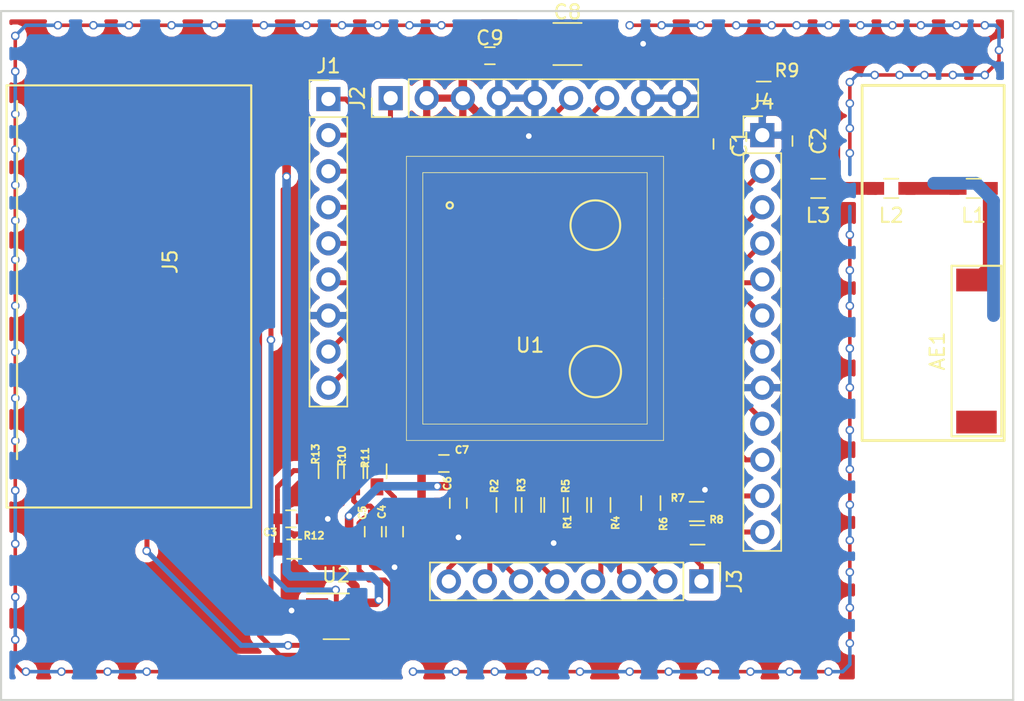
<source format=kicad_pcb>
(kicad_pcb (version 4) (host pcbnew 4.0.7)
  (layers (0 F.Cu signal) (31 B.Cu signal) (34 B.Paste user) (35 F.Paste user) (36 B.SilkS user) (37 F.SilkS user) (38 B.Mask user) (39 F.Mask user) (44 Edge.Cuts user))
  (net 0 "")
  (net 1 "Net-(AE1-Pad1)")
  (net 2 "Net-(C1-Pad1)")
  (net 3 GND)
  (net 4 "Net-(C2-Pad1)")
  (net 5 "Net-(C3-Pad1)")
  (net 6 "Net-(C4-Pad1)")
  (net 7 "Net-(C5-Pad1)")
  (net 8 /SIM_VDD)
  (net 9 /SIM_GND)
  (net 10 VCC)
  (net 11 /NC1)
  (net 12 /NC2)
  (net 13 /NC3)
  (net 14 /NC4)
  (net 15 /NC5)
  (net 16 /NC6)
  (net 17 /NC7)
  (net 18 /NC8)
  (net 19 /NC24)
  (net 20 /NC23)
  (net 21 /NC22)
  (net 22 /CTS1)
  (net 23 /NC12)
  (net 24 /NC11)
  (net 25 /DTR1)
  (net 26 /TX1)
  (net 27 /RX1)
  (net 28 /NC10)
  (net 29 /NC9)
  (net 30 /NC21)
  (net 31 /NC20)
  (net 32 /NC19)
  (net 33 /NC18)
  (net 34 /NC17)
  (net 35 /NC16)
  (net 36 /NC15)
  (net 37 /NC14)
  (net 38 /NC13)
  (net 39 /RTS1)
  (net 40 "Net-(J5-Pad5)")
  (net 41 "Net-(L1-Pad2)")
  (net 42 "Net-(R1-Pad1)")
  (net 43 "Net-(R2-Pad1)")
  (net 44 "Net-(R4-Pad1)")
  (net 45 "Net-(R6-Pad1)")
  (net 46 "Net-(R7-Pad1)")
  (net 47 /SIM_RST)
  (net 48 /SIM_CLK)
  (net 49 /SIM_DATA)
  (net 50 "Net-(U2-Pad1)")
  (module GSMM66:W3070 (layer F.Cu) (at 147.66408 61.68206 270)
    (fp_text reference AE1 (at 0 2.75 270) (layer F.SilkS))
    (fp_text value Antenna)
    (pad 1 smd rect (at -5 0 270) (size 1.6 2.85) (layers F.Cu F.Paste F.Mask) (net 1 "Net-(AE1-Pad1)"))
    (pad 2 smd rect (at 5 0 270) (size 1.6 2.85) (layers F.Cu F.Paste F.Mask))
  )
  (module Capacitors_SMD:C_0603_HandSoldering (layer F.Cu) (at 129.75336 47.10684 270)
    (fp_text reference C1 (at 0 -1.25 270) (layer F.SilkS))
    (fp_text value NM)
    (pad 1 smd rect (at -0.95 0 270) (size 1.2 0.75) (layers F.Cu F.Paste F.Mask) (net 2 "Net-(C1-Pad1)"))
    (pad 2 smd rect (at 0.95 0 270) (size 1.2 0.75) (layers F.Cu F.Paste F.Mask) (net 3 GND))
  )
  (module Capacitors_SMD:C_0603_HandSoldering (layer F.Cu) (at 135.31088 46.89856 270)
    (fp_text reference C2 (at 0 -1.25 270) (layer F.SilkS))
    (fp_text value NM)
    (pad 1 smd rect (at -0.95 0 270) (size 1.2 0.75) (layers F.Cu F.Paste F.Mask) (net 4 "Net-(C2-Pad1)"))
    (pad 2 smd rect (at 0.95 0 270) (size 1.2 0.75) (layers F.Cu F.Paste F.Mask) (net 3 GND))
  )
  (module Capacitors_SMD:C_0603_HandSoldering (layer F.Cu) (at 99.4029 73.4949)
    (fp_text reference C3 (at -1.4605 0.9525) (layer F.SilkS) (effects (font (size 0.5 0.5) (thickness 0.125))))
    (fp_text value 33pF)
    (pad 1 smd rect (at -0.95 0) (size 1.2 0.75) (layers F.Cu F.Paste F.Mask) (net 5 "Net-(C3-Pad1)"))
    (pad 2 smd rect (at 0.95 0) (size 1.2 0.75) (layers F.Cu F.Paste F.Mask) (net 3 GND))
  )
  (module Capacitors_SMD:C_0603_HandSoldering (layer F.Cu) (at 106.7 74.4 270)
    (fp_text reference C4 (at -1.397 0.889 270) (layer F.SilkS) (effects (font (size 0.5 0.5) (thickness 0.125))))
    (fp_text value 33pF)
    (pad 1 smd rect (at -0.95 0 270) (size 1.2 0.75) (layers F.Cu F.Paste F.Mask) (net 6 "Net-(C4-Pad1)"))
    (pad 2 smd rect (at 0.95 0 270) (size 1.2 0.75) (layers F.Cu F.Paste F.Mask) (net 3 GND))
  )
  (module Capacitors_SMD:C_0603_HandSoldering (layer F.Cu) (at 105.2 74.4 270)
    (fp_text reference C5 (at -1.3335 0.762 270) (layer F.SilkS) (effects (font (size 0.5 0.5) (thickness 0.125))))
    (fp_text value 33pF)
    (pad 1 smd rect (at -0.95 0 270) (size 1.2 0.75) (layers F.Cu F.Paste F.Mask) (net 7 "Net-(C5-Pad1)"))
    (pad 2 smd rect (at 0.95 0 270) (size 1.2 0.75) (layers F.Cu F.Paste F.Mask) (net 3 GND))
  )
  (module Capacitors_SMD:C_0603_HandSoldering (layer F.Cu) (at 111.1885 72.39 270)
    (fp_text reference C6 (at -1.397 0.762 270) (layer F.SilkS) (effects (font (size 0.5 0.5) (thickness 0.125))))
    (fp_text value 33pF)
    (pad 1 smd rect (at -0.95 0 270) (size 1.2 0.75) (layers F.Cu F.Paste F.Mask) (net 8 /SIM_VDD))
    (pad 2 smd rect (at 0.95 0 270) (size 1.2 0.75) (layers F.Cu F.Paste F.Mask) (net 3 GND))
  )
  (module Capacitors_SMD:C_0603_HandSoldering (layer F.Cu) (at 110.1725 69.596 180)
    (fp_text reference C7 (at -1.27 0.9525 180) (layer F.SilkS) (effects (font (size 0.5 0.5) (thickness 0.125))))
    (fp_text value 100nF)
    (pad 1 smd rect (at -0.95 0 180) (size 1.2 0.75) (layers F.Cu F.Paste F.Mask) (net 8 /SIM_VDD))
    (pad 2 smd rect (at 0.95 0 180) (size 1.2 0.75) (layers F.Cu F.Paste F.Mask) (net 9 /SIM_GND))
  )
  (module Capacitors_SMD:C_1210_HandSoldering (layer F.Cu) (at 118.872 40.0685)
    (fp_text reference C8 (at 0 -2.25) (layer F.SilkS))
    (fp_text value 100uF)
    (pad 1 smd rect (at -2 0) (size 2 2.5) (layers F.Cu F.Paste F.Mask) (net 10 VCC))
    (pad 2 smd rect (at 2 0) (size 2 2.5) (layers F.Cu F.Paste F.Mask) (net 3 GND))
  )
  (module Capacitors_SMD:C_0603_HandSoldering (layer F.Cu) (at 113.411 40.894)
    (fp_text reference C9 (at 0 -1.25) (layer F.SilkS))
    (fp_text value 0.1uF)
    (pad 1 smd rect (at -0.95 0) (size 1.2 0.75) (layers F.Cu F.Paste F.Mask) (net 10 VCC))
    (pad 2 smd rect (at 0.95 0) (size 1.2 0.75) (layers F.Cu F.Paste F.Mask) (net 3 GND))
  )
  (module Pin_Headers:Pin_Header_Straight_1x09_Pitch2.54mm (layer F.Cu) (at 102.0445 43.942)
    (fp_text reference J1 (at 0 -2.33) (layer F.SilkS))
    (fp_text value Conn_01x09)
    (pad 1 thru_hole rect (at 0 0) (size 1.7 1.7) (drill 1) (layers *.Cu *.Mask) (net 11 /NC1))
    (pad 2 thru_hole oval (at 0 2.54) (size 1.7 1.7) (drill 1) (layers *.Cu *.Mask) (net 12 /NC2))
    (pad 3 thru_hole oval (at 0 5.08) (size 1.7 1.7) (drill 1) (layers *.Cu *.Mask) (net 13 /NC3))
    (pad 4 thru_hole oval (at 0 7.62) (size 1.7 1.7) (drill 1) (layers *.Cu *.Mask) (net 14 /NC4))
    (pad 5 thru_hole oval (at 0 10.16) (size 1.7 1.7) (drill 1) (layers *.Cu *.Mask) (net 15 /NC5))
    (pad 6 thru_hole oval (at 0 12.7) (size 1.7 1.7) (drill 1) (layers *.Cu *.Mask) (net 16 /NC6))
    (pad 7 thru_hole oval (at 0 15.24) (size 1.7 1.7) (drill 1) (layers *.Cu *.Mask) (net 3 GND))
    (pad 8 thru_hole oval (at 0 17.78) (size 1.7 1.7) (drill 1) (layers *.Cu *.Mask) (net 17 /NC7))
    (pad 9 thru_hole oval (at 0 20.32) (size 1.7 1.7) (drill 1) (layers *.Cu *.Mask) (net 18 /NC8))
  )
  (module Pin_Headers:Pin_Header_Straight_1x09_Pitch2.54mm (layer F.Cu) (at 106.426 43.8785 90)
    (fp_text reference J2 (at 0 -2.33 90) (layer F.SilkS))
    (fp_text value Conn_01x09)
    (pad 1 thru_hole rect (at 0 0 90) (size 1.7 1.7) (drill 1) (layers *.Cu *.Mask) (net 19 /NC24))
    (pad 2 thru_hole oval (at 0 2.54 90) (size 1.7 1.7) (drill 1) (layers *.Cu *.Mask) (net 10 VCC))
    (pad 3 thru_hole oval (at 0 5.08 90) (size 1.7 1.7) (drill 1) (layers *.Cu *.Mask) (net 10 VCC))
    (pad 4 thru_hole oval (at 0 7.62 90) (size 1.7 1.7) (drill 1) (layers *.Cu *.Mask) (net 3 GND))
    (pad 5 thru_hole oval (at 0 10.16 90) (size 1.7 1.7) (drill 1) (layers *.Cu *.Mask) (net 3 GND))
    (pad 6 thru_hole oval (at 0 12.7 90) (size 1.7 1.7) (drill 1) (layers *.Cu *.Mask) (net 20 /NC23))
    (pad 7 thru_hole oval (at 0 15.24 90) (size 1.7 1.7) (drill 1) (layers *.Cu *.Mask) (net 21 /NC22))
    (pad 8 thru_hole oval (at 0 17.78 90) (size 1.7 1.7) (drill 1) (layers *.Cu *.Mask) (net 3 GND))
    (pad 9 thru_hole oval (at 0 20.32 90) (size 1.7 1.7) (drill 1) (layers *.Cu *.Mask) (net 3 GND))
  )
  (module Pin_Headers:Pin_Header_Straight_1x08_Pitch2.54mm (layer F.Cu) (at 128.30048 77.89672 270)
    (fp_text reference J3 (at 0 -2.33 270) (layer F.SilkS))
    (fp_text value Conn_01x08)
    (pad 1 thru_hole rect (at 0 0 270) (size 1.7 1.7) (drill 1) (layers *.Cu *.Mask) (net 22 /CTS1))
    (pad 2 thru_hole oval (at 0 2.54 270) (size 1.7 1.7) (drill 1) (layers *.Cu *.Mask) (net 23 /NC12))
    (pad 3 thru_hole oval (at 0 5.08 270) (size 1.7 1.7) (drill 1) (layers *.Cu *.Mask) (net 24 /NC11))
    (pad 4 thru_hole oval (at 0 7.62 270) (size 1.7 1.7) (drill 1) (layers *.Cu *.Mask) (net 25 /DTR1))
    (pad 5 thru_hole oval (at 0 10.16 270) (size 1.7 1.7) (drill 1) (layers *.Cu *.Mask) (net 26 /TX1))
    (pad 6 thru_hole oval (at 0 12.7 270) (size 1.7 1.7) (drill 1) (layers *.Cu *.Mask) (net 27 /RX1))
    (pad 7 thru_hole oval (at 0 15.24 270) (size 1.7 1.7) (drill 1) (layers *.Cu *.Mask) (net 28 /NC10))
    (pad 8 thru_hole oval (at 0 17.78 270) (size 1.7 1.7) (drill 1) (layers *.Cu *.Mask) (net 29 /NC9))
  )
  (module Pin_Headers:Pin_Header_Straight_1x12_Pitch2.54mm (layer F.Cu) (at 132.588 46.482)
    (fp_text reference J4 (at 0 -2.33) (layer F.SilkS))
    (fp_text value Conn_01x12)
    (pad 1 thru_hole rect (at 0 0) (size 1.7 1.7) (drill 1) (layers *.Cu *.Mask) (net 3 GND))
    (pad 2 thru_hole oval (at 0 2.54) (size 1.7 1.7) (drill 1) (layers *.Cu *.Mask) (net 30 /NC21))
    (pad 3 thru_hole oval (at 0 5.08) (size 1.7 1.7) (drill 1) (layers *.Cu *.Mask) (net 31 /NC20))
    (pad 4 thru_hole oval (at 0 7.62) (size 1.7 1.7) (drill 1) (layers *.Cu *.Mask) (net 32 /NC19))
    (pad 5 thru_hole oval (at 0 10.16) (size 1.7 1.7) (drill 1) (layers *.Cu *.Mask) (net 33 /NC18))
    (pad 6 thru_hole oval (at 0 12.7) (size 1.7 1.7) (drill 1) (layers *.Cu *.Mask) (net 34 /NC17))
    (pad 7 thru_hole oval (at 0 15.24) (size 1.7 1.7) (drill 1) (layers *.Cu *.Mask) (net 35 /NC16))
    (pad 8 thru_hole oval (at 0 17.78) (size 1.7 1.7) (drill 1) (layers *.Cu *.Mask) (net 3 GND))
    (pad 9 thru_hole oval (at 0 20.32) (size 1.7 1.7) (drill 1) (layers *.Cu *.Mask) (net 36 /NC15))
    (pad 10 thru_hole oval (at 0 22.86) (size 1.7 1.7) (drill 1) (layers *.Cu *.Mask) (net 37 /NC14))
    (pad 11 thru_hole oval (at 0 25.4) (size 1.7 1.7) (drill 1) (layers *.Cu *.Mask) (net 38 /NC13))
    (pad 12 thru_hole oval (at 0 27.94) (size 1.7 1.7) (drill 1) (layers *.Cu *.Mask) (net 39 /RTS1))
  )
  (module GSMM66:SIMCARDHOLDER (layer F.Cu) (at 88 60.2 270)
    (fp_text reference J5 (at -4.8006 -2.9036 270) (layer F.SilkS))
    (fp_text value "SIM CARD")
    (pad 1 smd rect (at -16.1163 3.81 270) (size 2 1.2) (layers F.Cu F.Paste F.Mask) (net 8 /SIM_VDD))
    (pad 2 smd rect (at -16.1163 1.27 270) (size 2 1.2) (layers F.Cu F.Paste F.Mask) (net 7 "Net-(C5-Pad1)"))
    (pad 3 smd rect (at -16.1163 -1.27 270) (size 2 1.2) (layers F.Cu F.Paste F.Mask) (net 6 "Net-(C4-Pad1)"))
    (pad 4 smd rect (at 9.08812 3.81 270) (size 2 1.2) (layers F.Cu F.Paste F.Mask) (net 9 /SIM_GND))
    (pad 5 smd rect (at 9.08812 1.27 270) (size 2 1.2) (layers F.Cu F.Paste F.Mask) (net 40 "Net-(J5-Pad5)"))
    (pad 6 smd rect (at 9.08812 -1.27 270) (size 2 1.2) (layers F.Cu F.Paste F.Mask) (net 5 "Net-(C3-Pad1)"))
  )
  (module Inductors_SMD:L_0603_HandSoldering (layer F.Cu) (at 147.46408 50.23206 180)
    (fp_text reference L1 (at 0 -1.9 180) (layer F.SilkS))
    (fp_text value 3.3nH)
    (pad 1 smd rect (at -1.1 0 180) (size 1.2 0.9) (layers F.Cu F.Paste F.Mask) (net 1 "Net-(AE1-Pad1)"))
    (pad 2 smd rect (at 1.1 0 180) (size 1.2 0.9) (layers F.Cu F.Paste F.Mask) (net 41 "Net-(L1-Pad2)"))
  )
  (module Inductors_SMD:L_0603_HandSoldering (layer F.Cu) (at 141.66408 50.23206 180)
    (fp_text reference L2 (at 0 -1.9 180) (layer F.SilkS))
    (fp_text value 27nH)
    (pad 1 smd rect (at -1.1 0 180) (size 1.2 0.9) (layers F.Cu F.Paste F.Mask) (net 41 "Net-(L1-Pad2)"))
    (pad 2 smd rect (at 1.1 0 180) (size 1.2 0.9) (layers F.Cu F.Paste F.Mask) (net 4 "Net-(C2-Pad1)"))
  )
  (module Inductors_SMD:L_0603_HandSoldering (layer F.Cu) (at 136.51992 50.23104 180)
    (fp_text reference L3 (at 0 -1.9 180) (layer F.SilkS))
    (fp_text value 4.7nH)
    (pad 1 smd rect (at -1.1 0 180) (size 1.2 0.9) (layers F.Cu F.Paste F.Mask) (net 4 "Net-(C2-Pad1)"))
    (pad 2 smd rect (at 1.1 0 180) (size 1.2 0.9) (layers F.Cu F.Paste F.Mask) (net 3 GND))
  )
  (module Resistors_SMD:R_0603_HandSoldering (layer F.Cu) (at 117.9195 72.517 270)
    (fp_text reference R1 (at 1.2065 -0.9525 270) (layer F.SilkS) (effects (font (size 0.5 0.5) (thickness 0.125))))
    (fp_text value 1.2K)
    (pad 1 smd rect (at -1.1 0 270) (size 1.2 0.9) (layers F.Cu F.Paste F.Mask) (net 42 "Net-(R1-Pad1)"))
    (pad 2 smd rect (at 1.1 0 270) (size 1.2 0.9) (layers F.Cu F.Paste F.Mask) (net 3 GND))
  )
  (module Resistors_SMD:R_0603_HandSoldering (layer F.Cu) (at 114.554 72.517 270)
    (fp_text reference R2 (at -1.3335 0.8255 270) (layer F.SilkS) (effects (font (size 0.5 0.5) (thickness 0.125))))
    (fp_text value 1K)
    (pad 1 smd rect (at -1.1 0 270) (size 1.2 0.9) (layers F.Cu F.Paste F.Mask) (net 43 "Net-(R2-Pad1)"))
    (pad 2 smd rect (at 1.1 0 270) (size 1.2 0.9) (layers F.Cu F.Paste F.Mask) (net 27 /RX1))
  )
  (module Resistors_SMD:R_0603_HandSoldering (layer F.Cu) (at 116.332 72.517 270)
    (fp_text reference R3 (at -1.397 0.6985 270) (layer F.SilkS) (effects (font (size 0.5 0.5) (thickness 0.125))))
    (fp_text value 1K)
    (pad 1 smd rect (at -1.1 0 270) (size 1.2 0.9) (layers F.Cu F.Paste F.Mask) (net 42 "Net-(R1-Pad1)"))
    (pad 2 smd rect (at 1.1 0 270) (size 1.2 0.9) (layers F.Cu F.Paste F.Mask) (net 26 /TX1))
  )
  (module Resistors_SMD:R_0603_HandSoldering (layer F.Cu) (at 121.2215 72.517 270)
    (fp_text reference R4 (at 1.261499 -1.0405 270) (layer F.SilkS) (effects (font (size 0.5 0.5) (thickness 0.125))))
    (fp_text value 1K)
    (pad 1 smd rect (at -1.1 0 270) (size 1.2 0.9) (layers F.Cu F.Paste F.Mask) (net 44 "Net-(R4-Pad1)"))
    (pad 2 smd rect (at 1.1 0 270) (size 1.2 0.9) (layers F.Cu F.Paste F.Mask) (net 25 /DTR1))
  )
  (module Resistors_SMD:R_0603_HandSoldering (layer F.Cu) (at 119.5705 72.517 270)
    (fp_text reference R5 (at -1.3335 0.8255 270) (layer F.SilkS) (effects (font (size 0.5 0.5) (thickness 0.125))))
    (fp_text value 1.2K)
    (pad 1 smd rect (at -1.1 0 270) (size 1.2 0.9) (layers F.Cu F.Paste F.Mask) (net 44 "Net-(R4-Pad1)"))
    (pad 2 smd rect (at 1.1 0 270) (size 1.2 0.9) (layers F.Cu F.Paste F.Mask) (net 3 GND))
  )
  (module Resistors_SMD:R_0603_HandSoldering (layer F.Cu) (at 124.7394 72.39 270)
    (fp_text reference R6 (at 1.4605 -0.889 270) (layer F.SilkS) (effects (font (size 0.5 0.5) (thickness 0.125))))
    (fp_text value 1K)
    (pad 1 smd rect (at -1.1 0 270) (size 1.2 0.9) (layers F.Cu F.Paste F.Mask) (net 45 "Net-(R6-Pad1)"))
    (pad 2 smd rect (at 1.1 0 270) (size 1.2 0.9) (layers F.Cu F.Paste F.Mask) (net 22 /CTS1))
  )
  (module Resistors_SMD:R_0603_HandSoldering (layer F.Cu) (at 127.9652 72.97674)
    (fp_text reference R7 (at -1.3335 -0.9525) (layer F.SilkS) (effects (font (size 0.5 0.5) (thickness 0.125))))
    (fp_text value 1.2K)
    (pad 1 smd rect (at -1.1 0) (size 1.2 0.9) (layers F.Cu F.Paste F.Mask) (net 46 "Net-(R7-Pad1)"))
    (pad 2 smd rect (at 1.1 0) (size 1.2 0.9) (layers F.Cu F.Paste F.Mask) (net 3 GND))
  )
  (module Resistors_SMD:R_0603_HandSoldering (layer F.Cu) (at 128.0287 74.62774 180)
    (fp_text reference R8 (at -1.3335 1.0795 180) (layer F.SilkS) (effects (font (size 0.5 0.5) (thickness 0.125))))
    (fp_text value 1K)
    (pad 1 smd rect (at -1.1 0 180) (size 1.2 0.9) (layers F.Cu F.Paste F.Mask) (net 39 /RTS1))
    (pad 2 smd rect (at 1.1 0 180) (size 1.2 0.9) (layers F.Cu F.Paste F.Mask) (net 46 "Net-(R7-Pad1)"))
  )
  (module Resistors_SMD:R_0603_HandSoldering (layer F.Cu) (at 132.68706 43.39082 180)
    (fp_text reference R9 (at -1.6383 1.45796 180) (layer F.SilkS) (effects (font (size 0.9 0.9))))
    (fp_text value 0R)
    (pad 1 smd rect (at -1.1 0 180) (size 1.2 0.9) (layers F.Cu F.Paste F.Mask) (net 4 "Net-(C2-Pad1)"))
    (pad 2 smd rect (at 1.1 0 180) (size 1.2 0.9) (layers F.Cu F.Paste F.Mask) (net 2 "Net-(C1-Pad1)"))
  )
  (module Resistors_SMD:R_0603_HandSoldering (layer F.Cu) (at 103.8225 70.1421 90)
    (fp_text reference R10 (at 1.0795 -0.8255 90) (layer F.SilkS) (effects (font (size 0.5 0.5) (thickness 0.125))))
    (fp_text value 22R)
    (pad 1 smd rect (at -1.1 0 90) (size 1.2 0.9) (layers F.Cu F.Paste F.Mask) (net 7 "Net-(C5-Pad1)"))
    (pad 2 smd rect (at 1.1 0 90) (size 1.2 0.9) (layers F.Cu F.Paste F.Mask) (net 47 /SIM_RST))
  )
  (module Resistors_SMD:R_0603_HandSoldering (layer F.Cu) (at 105.4608 70.1421 90)
    (fp_text reference R11 (at 0.9525 -0.8255 90) (layer F.SilkS) (effects (font (size 0.5 0.5) (thickness 0.125))))
    (fp_text value 22R)
    (pad 1 smd rect (at -1.1 0 90) (size 1.2 0.9) (layers F.Cu F.Paste F.Mask) (net 6 "Net-(C4-Pad1)"))
    (pad 2 smd rect (at 1.1 0 90) (size 1.2 0.9) (layers F.Cu F.Paste F.Mask) (net 48 /SIM_CLK))
  )
  (module Resistors_SMD:R_0603_HandSoldering (layer F.Cu) (at 99.6315 75.6285)
    (fp_text reference R12 (at 1.397 -0.9525) (layer F.SilkS) (effects (font (size 0.5 0.5) (thickness 0.125))))
    (fp_text value NM)
    (pad 1 smd rect (at -1.1 0) (size 1.2 0.9) (layers F.Cu F.Paste F.Mask) (net 5 "Net-(C3-Pad1)"))
    (pad 2 smd rect (at 1.1 0) (size 1.2 0.9) (layers F.Cu F.Paste F.Mask) (net 8 /SIM_VDD))
  )
  (module Resistors_SMD:R_0603_HandSoldering (layer F.Cu) (at 102.0318 70.1421 90)
    (fp_text reference R13 (at 1.2065 -0.889 90) (layer F.SilkS) (effects (font (size 0.5 0.5) (thickness 0.125))))
    (fp_text value 22R)
    (pad 1 smd rect (at -1.1 0 90) (size 1.2 0.9) (layers F.Cu F.Paste F.Mask) (net 5 "Net-(C3-Pad1)"))
    (pad 2 smd rect (at 1.1 0 90) (size 1.2 0.9) (layers F.Cu F.Paste F.Mask) (net 49 /SIM_DATA))
  )
  (module GSMM66:M66_modified (layer F.Cu) (at 116.586 57.9755)
    (fp_text reference U1 (at -0.35 3.3) (layer F.SilkS))
    (fp_text value M66)
    (pad 7 smd oval (at -7.65 0) (size 3 0.7) (layers F.Cu F.Paste F.Mask) (net 3 GND))
    (pad 8 smd oval (at -7.65 1.1) (size 3 0.7) (layers F.Cu F.Paste F.Mask) (net 17 /NC7))
    (pad 9 smd oval (at -7.65 2.2) (size 3 0.7) (layers F.Cu F.Paste F.Mask) (net 18 /NC8))
    (pad 10 smd oval (at -7.65 3.3) (size 3 0.7) (layers F.Cu F.Paste F.Mask) (net 9 /SIM_GND))
    (pad 11 smd oval (at -7.65 4.4) (size 3 0.7) (layers F.Cu F.Paste F.Mask) (net 49 /SIM_DATA))
    (pad 12 smd oval (at -7.65 5.5) (size 3 0.7) (layers F.Cu F.Paste F.Mask) (net 47 /SIM_RST))
    (pad 13 smd oval (at -7.65 6.6) (size 3 0.7) (layers F.Cu F.Paste F.Mask) (net 48 /SIM_CLK))
    (pad 6 smd oval (at -7.65 -1.1) (size 3 0.7) (layers F.Cu F.Paste F.Mask) (net 16 /NC6))
    (pad 5 smd oval (at -7.65 -2.2) (size 3 0.7) (layers F.Cu F.Paste F.Mask) (net 15 /NC5))
    (pad 4 smd oval (at -7.65 -3.3) (size 3 0.7) (layers F.Cu F.Paste F.Mask) (net 14 /NC4))
    (pad 3 smd oval (at -7.65 -4.4) (size 3 0.7) (layers F.Cu F.Paste F.Mask) (net 13 /NC3))
    (pad 2 smd oval (at -7.65 -5.5) (size 3 0.7) (layers F.Cu F.Paste F.Mask) (net 12 /NC2))
    (pad 1 smd oval (at -7.65 -6.6) (size 3 0.7) (layers F.Cu F.Paste F.Mask) (net 11 /NC1))
    (pad 18 smd oval (at 0 8.6 90) (size 3 0.7) (layers F.Cu F.Paste F.Mask) (net 42 "Net-(R1-Pad1)"))
    (pad 19 smd oval (at 1.1 8.6 90) (size 3 0.7) (layers F.Cu F.Paste F.Mask) (net 44 "Net-(R4-Pad1)"))
    (pad 20 smd oval (at 2.2 8.6 90) (size 3 0.7) (layers F.Cu F.Paste F.Mask) (net 24 /NC11))
    (pad 21 smd oval (at 3.3 8.6 90) (size 3 0.7) (layers F.Cu F.Paste F.Mask) (net 23 /NC12))
    (pad 22 smd oval (at 4.4 8.6 90) (size 3 0.7) (layers F.Cu F.Paste F.Mask) (net 45 "Net-(R6-Pad1)"))
    (pad 14 smd oval (at -4.4 8.6 90) (size 3 0.7) (layers F.Cu F.Paste F.Mask) (net 8 /SIM_VDD))
    (pad 15 smd oval (at -3.3 8.6 90) (size 3 0.7) (layers F.Cu F.Paste F.Mask) (net 29 /NC9))
    (pad 16 smd oval (at -2.2 8.6 90) (size 3 0.7) (layers F.Cu F.Paste F.Mask) (net 28 /NC10))
    (pad 17 smd oval (at -1.1 8.6 90) (size 3 0.7) (layers F.Cu F.Paste F.Mask) (net 43 "Net-(R2-Pad1)"))
    (pad 23 smd oval (at 7.65 6.6) (size 3 0.7) (layers F.Cu F.Paste F.Mask) (net 46 "Net-(R7-Pad1)"))
    (pad 24 smd oval (at 7.65 5.5) (size 3 0.7) (layers F.Cu F.Paste F.Mask) (net 38 /NC13))
    (pad 25 smd oval (at 7.65 4.4) (size 3 0.7) (layers F.Cu F.Paste F.Mask) (net 37 /NC14))
    (pad 26 smd oval (at 7.65 3.3) (size 3 0.7) (layers F.Cu F.Paste F.Mask) (net 36 /NC15))
    (pad 27 smd oval (at 7.65 2.2) (size 3 0.7) (layers F.Cu F.Paste F.Mask) (net 3 GND))
    (pad 28 smd oval (at 7.65 1.1) (size 3 0.7) (layers F.Cu F.Paste F.Mask) (net 35 /NC16))
    (pad 29 smd oval (at 7.65 0) (size 3 0.7) (layers F.Cu F.Paste F.Mask) (net 34 /NC17))
    (pad 30 smd oval (at 7.65 -1.1) (size 3 0.7) (layers F.Cu F.Paste F.Mask) (net 33 /NC18))
    (pad 31 smd oval (at 7.65 -2.2) (size 3 0.7) (layers F.Cu F.Paste F.Mask) (net 32 /NC19))
    (pad 32 smd oval (at 7.65 -3.3) (size 3 0.7) (layers F.Cu F.Paste F.Mask) (net 31 /NC20))
    (pad 33 smd oval (at 7.65 -4.4) (size 3 0.7) (layers F.Cu F.Paste F.Mask) (net 30 /NC21))
    (pad 34 smd oval (at 7.65 -5.5) (size 3 0.7) (layers F.Cu F.Paste F.Mask) (net 3 GND))
    (pad 35 smd oval (at 7.65 -6.6) (size 3 0.7) (layers F.Cu F.Paste F.Mask) (net 2 "Net-(C1-Pad1)"))
    (pad 36 smd oval (at 4.4 -8.6 270) (size 3 0.7) (layers F.Cu F.Paste F.Mask) (net 3 GND))
    (pad 37 smd oval (at 3.3 -8.6 270) (size 3 0.7) (layers F.Cu F.Paste F.Mask) (net 3 GND))
    (pad 38 smd oval (at 2.2 -8.6 270) (size 3 0.7) (layers F.Cu F.Paste F.Mask) (net 21 /NC22))
    (pad 39 smd oval (at 1.1 -8.6 270) (size 3 0.7) (layers F.Cu F.Paste F.Mask) (net 20 /NC23))
    (pad 40 smd oval (at 0 -8.6 270) (size 3 0.7) (layers F.Cu F.Paste F.Mask) (net 3 GND))
    (pad 41 smd oval (at -1.1 -8.6 270) (size 3 0.7) (layers F.Cu F.Paste F.Mask) (net 3 GND))
    (pad 42 smd oval (at -2.2 -8.6 270) (size 3 0.7) (layers F.Cu F.Paste F.Mask) (net 10 VCC))
    (pad 43 smd oval (at -3.3 -8.6 270) (size 3 0.7) (layers F.Cu F.Paste F.Mask) (net 10 VCC))
    (pad 44 smd oval (at -4.4 -8.6 270) (size 3 0.7) (layers F.Cu F.Paste F.Mask) (net 19 /NC24))
  )
  (module TO_SOT_Packages_SMD:SOT-23-6_Handsoldering (layer F.Cu) (at 102.59568 80.35544)
    (fp_text reference U2 (at 0 -2.9) (layer F.SilkS))
    (fp_text value NUP5150MU)
    (pad 1 smd rect (at -1.35 -0.95) (size 1.56 0.65) (layers F.Cu F.Paste F.Mask) (net 50 "Net-(U2-Pad1)"))
    (pad 2 smd rect (at -1.35 0) (size 1.56 0.65) (layers F.Cu F.Paste F.Mask) (net 3 GND))
    (pad 3 smd rect (at -1.35 0.95) (size 1.56 0.65) (layers F.Cu F.Paste F.Mask) (net 5 "Net-(C3-Pad1)"))
    (pad 4 smd rect (at 1.35 0.95) (size 1.56 0.65) (layers F.Cu F.Paste F.Mask) (net 6 "Net-(C4-Pad1)"))
    (pad 6 smd rect (at 1.35 -0.95) (size 1.56 0.65) (layers F.Cu F.Paste F.Mask) (net 8 /SIM_VDD))
    (pad 5 smd rect (at 1.35 0) (size 1.56 0.65) (layers F.Cu F.Paste F.Mask) (net 7 "Net-(C5-Pad1)"))
  )
  (gr_line (start 79 86.25) (end 79 37.75) (angle 90) (layer Edge.Cuts) (width 0.15))
  (gr_line (start 150.25 86.25) (end 79 86.25) (angle 90) (layer Edge.Cuts) (width 0.15))
  (gr_line (start 150.25 37.75) (end 150.25 86.25) (angle 90) (layer Edge.Cuts) (width 0.15))
  (gr_line (start 79 37.75) (end 150.25 37.75) (angle 90) (layer Edge.Cuts) (width 0.15))
  (gr_line (start 139.61408 67.98206) (end 149.61408 67.98206) (angle 90) (layer F.SilkS) (width 0.2))
  (gr_line (start 139.61408 42.98206) (end 139.61408 67.98206) (angle 90) (layer F.SilkS) (width 0.2))
  (gr_line (start 149.61408 42.98206) (end 139.61408 42.98206) (angle 90) (layer F.SilkS) (width 0.2))
  (gr_line (start 149.61408 67.98206) (end 149.61408 42.98206) (angle 90) (layer F.SilkS) (width 0.2))
  (segment (start 111.75 38.75) (end 110 38.75) (width 0.25) (layer F.Cu) (net 0))
  (segment (start 89.25 84.25) (end 92.25 84.25) (width 0.25) (layer F.Cu) (net 0))
  (via (at 89.25 84.25) (size 0.6) (drill 0.4) (layers F.Cu B.Cu) (net 0))
  (segment (start 86.5 84.25) (end 89.25 84.25) (width 0.25) (layer B.Cu) (net 0))
  (via (at 86.5 84.25) (size 0.6) (drill 0.4) (layers F.Cu B.Cu) (net 0))
  (segment (start 83.25 84.25) (end 86.5 84.25) (width 0.25) (layer F.Cu) (net 0))
  (via (at 83.25 84.25) (size 0.6) (drill 0.4) (layers F.Cu B.Cu) (net 0))
  (segment (start 80.75 84.25) (end 83.25 84.25) (width 0.25) (layer B.Cu) (net 0))
  (via (at 80.75 84.25) (size 0.6) (drill 0.4) (layers F.Cu B.Cu) (net 0))
  (segment (start 80.5 84.25) (end 80.75 84.25) (width 0.25) (layer F.Cu) (net 0))
  (segment (start 80 83.75) (end 80.5 84.25) (width 0.25) (layer F.Cu) (net 0))
  (segment (start 80 82) (end 80 83.75) (width 0.25) (layer F.Cu) (net 0))
  (via (at 80 82) (size 0.6) (drill 0.4) (layers F.Cu B.Cu) (net 0))
  (segment (start 80 79) (end 80 82) (width 0.25) (layer B.Cu) (net 0))
  (via (at 80 79) (size 0.6) (drill 0.4) (layers F.Cu B.Cu) (net 0))
  (segment (start 80 75.25) (end 80 79) (width 0.25) (layer F.Cu) (net 0))
  (via (at 80 75.25) (size 0.6) (drill 0.4) (layers F.Cu B.Cu) (net 0))
  (segment (start 80 71.5) (end 80 75.25) (width 0.25) (layer B.Cu) (net 0))
  (via (at 80 71.5) (size 0.6) (drill 0.4) (layers F.Cu B.Cu) (net 0))
  (segment (start 80 68) (end 80 71.5) (width 0.25) (layer F.Cu) (net 0))
  (via (at 80 68) (size 0.6) (drill 0.4) (layers F.Cu B.Cu) (net 0))
  (segment (start 80 65) (end 80 68) (width 0.25) (layer B.Cu) (net 0))
  (via (at 80 65) (size 0.6) (drill 0.4) (layers F.Cu B.Cu) (net 0))
  (segment (start 80 61.75) (end 80 65) (width 0.25) (layer F.Cu) (net 0))
  (via (at 80 61.75) (size 0.6) (drill 0.4) (layers F.Cu B.Cu) (net 0))
  (segment (start 80 58.5) (end 80 61.75) (width 0.25) (layer B.Cu) (net 0))
  (via (at 80 58.5) (size 0.6) (drill 0.4) (layers F.Cu B.Cu) (net 0))
  (segment (start 80 55.25) (end 80 58.5) (width 0.25) (layer F.Cu) (net 0))
  (via (at 80 55.25) (size 0.6) (drill 0.4) (layers F.Cu B.Cu) (net 0))
  (segment (start 80 52.5) (end 80 55.25) (width 0.25) (layer B.Cu) (net 0))
  (via (at 80 52.5) (size 0.6) (drill 0.4) (layers F.Cu B.Cu) (net 0))
  (segment (start 80 50) (end 80 52.5) (width 0.25) (layer F.Cu) (net 0))
  (via (at 80 50) (size 0.6) (drill 0.4) (layers F.Cu B.Cu) (net 0))
  (segment (start 80 47.5) (end 80 50) (width 0.25) (layer B.Cu) (net 0))
  (via (at 80 47.5) (size 0.6) (drill 0.4) (layers F.Cu B.Cu) (net 0))
  (segment (start 80 45) (end 80 47.5) (width 0.25) (layer F.Cu) (net 0))
  (via (at 80 45) (size 0.6) (drill 0.4) (layers F.Cu B.Cu) (net 0))
  (segment (start 80 42) (end 80 45) (width 0.25) (layer B.Cu) (net 0))
  (via (at 80 42) (size 0.6) (drill 0.4) (layers F.Cu B.Cu) (net 0))
  (segment (start 80 39.5) (end 80 42) (width 0.25) (layer F.Cu) (net 0))
  (via (at 80 39.5) (size 0.6) (drill 0.4) (layers F.Cu B.Cu) (net 0))
  (segment (start 80.75 38.75) (end 80 39.5) (width 0.25) (layer B.Cu) (net 0))
  (segment (start 83 38.75) (end 80.75 38.75) (width 0.25) (layer B.Cu) (net 0))
  (via (at 83 38.75) (size 0.6) (drill 0.4) (layers F.Cu B.Cu) (net 0))
  (segment (start 85.5 38.75) (end 83 38.75) (width 0.25) (layer F.Cu) (net 0))
  (via (at 85.5 38.75) (size 0.6) (drill 0.4) (layers F.Cu B.Cu) (net 0))
  (segment (start 88 38.75) (end 85.5 38.75) (width 0.25) (layer B.Cu) (net 0))
  (via (at 88 38.75) (size 0.6) (drill 0.4) (layers F.Cu B.Cu) (net 0))
  (segment (start 91 38.75) (end 88 38.75) (width 0.25) (layer F.Cu) (net 0))
  (via (at 91 38.75) (size 0.6) (drill 0.4) (layers F.Cu B.Cu) (net 0))
  (segment (start 94 38.75) (end 91 38.75) (width 0.25) (layer B.Cu) (net 0))
  (via (at 94 38.75) (size 0.6) (drill 0.4) (layers F.Cu B.Cu) (net 0))
  (segment (start 97.5 38.75) (end 94 38.75) (width 0.25) (layer F.Cu) (net 0))
  (via (at 97.5 38.75) (size 0.6) (drill 0.4) (layers F.Cu B.Cu) (net 0))
  (segment (start 100.5 38.75) (end 97.5 38.75) (width 0.25) (layer B.Cu) (net 0))
  (via (at 100.5 38.75) (size 0.6) (drill 0.4) (layers F.Cu B.Cu) (net 0))
  (segment (start 103 38.75) (end 100.5 38.75) (width 0.25) (layer F.Cu) (net 0))
  (via (at 103 38.75) (size 0.6) (drill 0.4) (layers F.Cu B.Cu) (net 0))
  (segment (start 105.5 38.75) (end 103 38.75) (width 0.25) (layer B.Cu) (net 0))
  (via (at 105.5 38.75) (size 0.6) (drill 0.4) (layers F.Cu B.Cu) (net 0))
  (segment (start 107.75 38.75) (end 105.5 38.75) (width 0.25) (layer F.Cu) (net 0))
  (via (at 107.75 38.75) (size 0.6) (drill 0.4) (layers F.Cu B.Cu) (net 0))
  (segment (start 110 38.75) (end 107.75 38.75) (width 0.25) (layer B.Cu) (net 0))
  (via (at 110 38.75) (size 0.6) (drill 0.4) (layers F.Cu B.Cu) (net 0))
  (segment (start 148.86408 59.18206) (end 148.86408 51.1071) (width 0.9) (layer B.Cu) (net 0))
  (segment (start 147.62988 49.8729) (end 144.66062 49.8729) (width 0.9) (layer B.Cu) (net 0))
  (segment (start 148.86408 51.1071) (end 147.62988 49.8729) (width 0.9) (layer B.Cu) (net 0))
  (segment (start 138.75 82.25) (end 138.75 83.75) (width 0.25) (layer B.Cu) (net 0))
  (via (at 108 84.25) (size 0.6) (drill 0.4) (layers F.Cu B.Cu) (net 0))
  (segment (start 111 84.25) (end 108 84.25) (width 0.25) (layer B.Cu) (net 0))
  (via (at 111 84.25) (size 0.6) (drill 0.4) (layers F.Cu B.Cu) (net 0))
  (segment (start 113.75 84.25) (end 111 84.25) (width 0.25) (layer F.Cu) (net 0))
  (via (at 113.75 84.25) (size 0.6) (drill 0.4) (layers F.Cu B.Cu) (net 0))
  (segment (start 116.75 84.25) (end 113.75 84.25) (width 0.25) (layer B.Cu) (net 0))
  (via (at 116.75 84.25) (size 0.6) (drill 0.4) (layers F.Cu B.Cu) (net 0))
  (segment (start 119.75 84.25) (end 116.75 84.25) (width 0.25) (layer F.Cu) (net 0))
  (via (at 119.75 84.25) (size 0.6) (drill 0.4) (layers F.Cu B.Cu) (net 0))
  (segment (start 123.25 84.25) (end 119.75 84.25) (width 0.25) (layer B.Cu) (net 0))
  (via (at 123.25 84.25) (size 0.6) (drill 0.4) (layers F.Cu B.Cu) (net 0))
  (segment (start 126 84.25) (end 123.25 84.25) (width 0.25) (layer F.Cu) (net 0))
  (via (at 126 84.25) (size 0.6) (drill 0.4) (layers F.Cu B.Cu) (net 0))
  (segment (start 128.75 84.25) (end 126 84.25) (width 0.25) (layer B.Cu) (net 0))
  (via (at 128.75 84.25) (size 0.6) (drill 0.4) (layers F.Cu B.Cu) (net 0))
  (segment (start 131.75 84.25) (end 128.75 84.25) (width 0.25) (layer F.Cu) (net 0))
  (via (at 131.75 84.25) (size 0.6) (drill 0.4) (layers F.Cu B.Cu) (net 0))
  (segment (start 134.5 84.25) (end 131.75 84.25) (width 0.25) (layer B.Cu) (net 0))
  (via (at 134.5 84.25) (size 0.6) (drill 0.4) (layers F.Cu B.Cu) (net 0))
  (segment (start 137.25 84.25) (end 134.5 84.25) (width 0.25) (layer F.Cu) (net 0))
  (via (at 137.25 84.25) (size 0.6) (drill 0.4) (layers F.Cu B.Cu) (net 0))
  (segment (start 138.25 84.25) (end 137.25 84.25) (width 0.25) (layer B.Cu) (net 0))
  (segment (start 138.75 83.75) (end 138.25 84.25) (width 0.25) (layer B.Cu) (net 0))
  (segment (start 138.75 51.5) (end 138.75 53.5) (width 0.25) (layer B.Cu) (net 0))
  (via (at 138.75 82.25) (size 0.6) (drill 0.4) (layers F.Cu B.Cu) (net 0))
  (segment (start 138.75 79.75) (end 138.75 82.25) (width 0.25) (layer F.Cu) (net 0))
  (via (at 138.75 79.75) (size 0.6) (drill 0.4) (layers F.Cu B.Cu) (net 0))
  (segment (start 138.75 77.25) (end 138.75 79.75) (width 0.25) (layer B.Cu) (net 0))
  (via (at 138.75 77.25) (size 0.6) (drill 0.4) (layers F.Cu B.Cu) (net 0))
  (segment (start 138.75 75) (end 138.75 77.25) (width 0.25) (layer F.Cu) (net 0))
  (via (at 138.75 75) (size 0.6) (drill 0.4) (layers F.Cu B.Cu) (net 0))
  (segment (start 138.75 72.5) (end 138.75 75) (width 0.25) (layer B.Cu) (net 0))
  (via (at 138.75 72.5) (size 0.6) (drill 0.4) (layers F.Cu B.Cu) (net 0))
  (segment (start 138.75 70) (end 138.75 72.5) (width 0.25) (layer F.Cu) (net 0))
  (via (at 138.75 70) (size 0.6) (drill 0.4) (layers F.Cu B.Cu) (net 0))
  (segment (start 138.75 67.25) (end 138.75 70) (width 0.25) (layer B.Cu) (net 0))
  (via (at 138.75 67.25) (size 0.6) (drill 0.4) (layers F.Cu B.Cu) (net 0))
  (segment (start 138.75 64.25) (end 138.75 67.25) (width 0.25) (layer F.Cu) (net 0))
  (via (at 138.75 64.25) (size 0.6) (drill 0.4) (layers F.Cu B.Cu) (net 0))
  (segment (start 138.75 61.5) (end 138.75 64.25) (width 0.25) (layer B.Cu) (net 0))
  (via (at 138.75 61.5) (size 0.6) (drill 0.4) (layers F.Cu B.Cu) (net 0))
  (segment (start 138.75 58.5) (end 138.75 61.5) (width 0.25) (layer F.Cu) (net 0))
  (via (at 138.75 58.5) (size 0.6) (drill 0.4) (layers F.Cu B.Cu) (net 0))
  (segment (start 138.75 56) (end 138.75 58.5) (width 0.25) (layer B.Cu) (net 0))
  (via (at 138.75 56) (size 0.6) (drill 0.4) (layers F.Cu B.Cu) (net 0))
  (segment (start 138.75 53.5) (end 138.75 56) (width 0.25) (layer F.Cu) (net 0))
  (via (at 138.75 53.5) (size 0.6) (drill 0.4) (layers F.Cu B.Cu) (net 0))
  (segment (start 139.25 42.25) (end 138.75 42.75) (width 0.25) (layer B.Cu) (net 0))
  (via (at 140.5 42.25) (size 0.6) (drill 0.4) (layers F.Cu B.Cu) (net 0))
  (segment (start 140.5 42.25) (end 142.25 42.25) (width 0.25) (layer F.Cu) (net 0))
  (via (at 142.25 42.25) (size 0.6) (drill 0.4) (layers F.Cu B.Cu) (net 0))
  (segment (start 142.25 42.25) (end 144 42.25) (width 0.25) (layer B.Cu) (net 0))
  (via (at 144 42.25) (size 0.6) (drill 0.4) (layers F.Cu B.Cu) (net 0))
  (segment (start 144 42.25) (end 146 42.25) (width 0.25) (layer F.Cu) (net 0))
  (via (at 146 42.25) (size 0.6) (drill 0.4) (layers F.Cu B.Cu) (net 0))
  (segment (start 146 42.25) (end 148.25 42.25) (width 0.25) (layer B.Cu) (net 0))
  (via (at 148.25 42.25) (size 0.6) (drill 0.4) (layers F.Cu B.Cu) (net 0))
  (segment (start 148.25 42.25) (end 149.25 41.25) (width 0.25) (layer F.Cu) (net 0))
  (segment (start 149.25 41.25) (end 149.25 40.5) (width 0.25) (layer F.Cu) (net 0))
  (via (at 149.25 40.5) (size 0.6) (drill 0.4) (layers F.Cu B.Cu) (net 0))
  (segment (start 149.25 40.5) (end 149.25 39) (width 0.25) (layer B.Cu) (net 0))
  (segment (start 149.25 39) (end 149 38.75) (width 0.25) (layer B.Cu) (net 0))
  (segment (start 149 38.75) (end 148.25 38.75) (width 0.25) (layer B.Cu) (net 0))
  (via (at 148.25 38.75) (size 0.6) (drill 0.4) (layers F.Cu B.Cu) (net 0))
  (segment (start 148.25 38.75) (end 146.25 38.75) (width 0.25) (layer F.Cu) (net 0))
  (via (at 146.25 38.75) (size 0.6) (drill 0.4) (layers F.Cu B.Cu) (net 0))
  (segment (start 146.25 38.75) (end 143.75 38.75) (width 0.25) (layer B.Cu) (net 0))
  (via (at 143.75 38.75) (size 0.6) (drill 0.4) (layers F.Cu B.Cu) (net 0))
  (segment (start 143.75 38.75) (end 141.75 38.75) (width 0.25) (layer F.Cu) (net 0))
  (via (at 141.75 38.75) (size 0.6) (drill 0.4) (layers F.Cu B.Cu) (net 0))
  (segment (start 141.75 38.75) (end 139.5 38.75) (width 0.25) (layer B.Cu) (net 0))
  (via (at 139.5 38.75) (size 0.6) (drill 0.4) (layers F.Cu B.Cu) (net 0))
  (segment (start 139.5 38.75) (end 137.25 38.75) (width 0.25) (layer F.Cu) (net 0))
  (via (at 137.25 38.75) (size 0.6) (drill 0.4) (layers F.Cu B.Cu) (net 0))
  (segment (start 137.25 38.75) (end 135 38.75) (width 0.25) (layer B.Cu) (net 0))
  (via (at 135 38.75) (size 0.6) (drill 0.4) (layers F.Cu B.Cu) (net 0))
  (segment (start 135 38.75) (end 133.25 38.75) (width 0.25) (layer F.Cu) (net 0))
  (via (at 133.25 38.75) (size 0.6) (drill 0.4) (layers F.Cu B.Cu) (net 0))
  (segment (start 133.25 38.75) (end 130.75 38.75) (width 0.25) (layer B.Cu) (net 0))
  (via (at 130.75 38.75) (size 0.6) (drill 0.4) (layers F.Cu B.Cu) (net 0))
  (segment (start 130.75 38.75) (end 128.25 38.75) (width 0.25) (layer F.Cu) (net 0))
  (via (at 128.25 38.75) (size 0.6) (drill 0.4) (layers F.Cu B.Cu) (net 0))
  (segment (start 128.25 38.75) (end 125.5 38.75) (width 0.25) (layer B.Cu) (net 0))
  (via (at 125.5 38.75) (size 0.6) (drill 0.4) (layers F.Cu B.Cu) (net 0))
  (segment (start 123.25 38.75) (end 125.5 38.75) (width 0.25) (layer F.Cu) (net 0))
  (via (at 123.25 38.75) (size 0.6) (drill 0.4) (layers F.Cu B.Cu) (net 0))
  (segment (start 139.25 42.25) (end 140.5 42.25) (width 0.25) (layer B.Cu) (net 0))
  (segment (start 138.75 47.75) (end 138.75 49.25) (width 0.25) (layer B.Cu) (net 0))
  (via (at 138.75 47.75) (size 0.6) (drill 0.4) (layers F.Cu B.Cu) (net 0))
  (segment (start 138.75 46) (end 138.75 47.75) (width 0.25) (layer F.Cu) (net 0))
  (via (at 138.75 46) (size 0.6) (drill 0.4) (layers F.Cu B.Cu) (net 0))
  (segment (start 138.75 44.25) (end 138.75 46) (width 0.25) (layer B.Cu) (net 0))
  (via (at 138.75 44.25) (size 0.6) (drill 0.4) (layers F.Cu B.Cu) (net 0))
  (segment (start 138.75 42.75) (end 138.75 44.25) (width 0.25) (layer F.Cu) (net 0))
  (via (at 138.75 42.75) (size 0.6) (drill 0.4) (layers F.Cu B.Cu) (net 0))
  (segment (start 148.56408 50.23206) (end 148.56408 55.78206) (width 0.9) (layer F.Cu) (net 1))
  (segment (start 148.56408 55.78206) (end 147.66408 56.68206) (width 0.9) (layer F.Cu) (net 1))
  (segment (start 124.236 51.3755) (end 125.9755 51.3755) (width 0.7) (layer F.Cu) (net 2))
  (segment (start 128.64316 46.15684) (end 129.75336 46.15684) (width 0.9) (layer F.Cu) (net 2))
  (segment (start 127.6 47.2) (end 128.64316 46.15684) (width 0.9) (layer F.Cu) (net 2))
  (segment (start 127.6 49.751) (end 127.6 47.2) (width 0.9) (layer F.Cu) (net 2))
  (segment (start 125.9755 51.3755) (end 127.6 49.751) (width 0.9) (layer F.Cu) (net 2))
  (segment (start 124.236 51.3755) (end 125.6371 51.3755) (width 0.7) (layer F.Cu) (net 2))
  (segment (start 131.58706 43.39082) (end 130.72618 43.39082) (width 0.9) (layer F.Cu) (net 2))
  (segment (start 130.72618 43.39082) (end 129.75336 44.36364) (width 0.9) (layer F.Cu) (net 2))
  (segment (start 129.75336 44.36364) (end 129.75336 46.15684) (width 0.9) (layer F.Cu) (net 2))
  (segment (start 117.9195 73.617) (end 117.9195 75.1805) (width 0.6) (layer F.Cu) (net 3))
  (via (at 117.9 75.2) (size 0.6) (drill 0.4) (layers F.Cu B.Cu) (net 3))
  (segment (start 117.9195 75.1805) (end 117.9 75.2) (width 0.6) (layer F.Cu) (net 3))
  (segment (start 115.486 49.3755) (end 115.486 47.214) (width 0.6) (layer F.Cu) (net 3))
  (via (at 116.15 46.55) (size 0.6) (drill 0.4) (layers F.Cu B.Cu) (net 3))
  (segment (start 115.486 47.214) (end 116.15 46.55) (width 0.6) (layer F.Cu) (net 3))
  (segment (start 100.3529 73.4949) (end 101.9949 73.4949) (width 0.6) (layer F.Cu) (net 3))
  (via (at 102 73.5) (size 0.6) (drill 0.4) (layers F.Cu B.Cu) (net 3))
  (segment (start 101.9949 73.4949) (end 102 73.5) (width 0.6) (layer F.Cu) (net 3))
  (segment (start 101.24568 80.35544) (end 99.85544 80.35544) (width 0.6) (layer F.Cu) (net 3))
  (via (at 99.45 79.95) (size 0.6) (drill 0.4) (layers F.Cu B.Cu) (net 3))
  (segment (start 99.85544 80.35544) (end 99.45 79.95) (width 0.6) (layer F.Cu) (net 3))
  (segment (start 106.7 75.35) (end 106.7 76.9) (width 0.6) (layer F.Cu) (net 3))
  (via (at 106.7 76.9) (size 0.6) (drill 0.4) (layers F.Cu B.Cu) (net 3))
  (segment (start 111.1885 73.34) (end 111.1885 74.7885) (width 0.6) (layer F.Cu) (net 3))
  (via (at 111.2 74.8) (size 0.6) (drill 0.4) (layers F.Cu B.Cu) (net 3))
  (segment (start 111.1885 74.7885) (end 111.2 74.8) (width 0.6) (layer F.Cu) (net 3))
  (segment (start 120.872 40.0685) (end 124.1815 40.0685) (width 0.6) (layer F.Cu) (net 3))
  (via (at 124.2 40.05) (size 0.6) (drill 0.4) (layers F.Cu B.Cu) (net 3))
  (segment (start 124.1815 40.0685) (end 124.2 40.05) (width 0.6) (layer F.Cu) (net 3))
  (segment (start 129.0652 72.97674) (end 129.0652 71.9652) (width 0.25) (layer F.Cu) (net 3))
  (via (at 128.55 71.45) (size 0.6) (drill 0.4) (layers F.Cu B.Cu) (net 3))
  (segment (start 129.0652 71.9652) (end 128.55 71.45) (width 0.25) (layer F.Cu) (net 3))
  (segment (start 135.31088 45.94856) (end 136.74856 45.94856) (width 0.9) (layer F.Cu) (net 4))
  (segment (start 137.61992 46.81992) (end 137.61992 50.23104) (width 0.9) (layer F.Cu) (net 4))
  (segment (start 136.74856 45.94856) (end 137.61992 46.81992) (width 0.9) (layer F.Cu) (net 4))
  (segment (start 133.78706 43.39082) (end 134.25932 43.39082) (width 0.9) (layer F.Cu) (net 4))
  (segment (start 134.25932 43.39082) (end 135.19785 44.32935) (width 0.9) (layer F.Cu) (net 4))
  (segment (start 135.19785 44.32935) (end 135.31088 44.44238) (width 0.9) (layer F.Cu) (net 4))
  (segment (start 135.31088 44.44238) (end 135.31088 45.94856) (width 0.9) (layer F.Cu) (net 4))
  (segment (start 137.61992 50.23104) (end 139.00404 50.23104) (width 0.9) (layer F.Cu) (net 4))
  (segment (start 139.00404 50.23104) (end 140.56306 50.23104) (width 0.9) (layer F.Cu) (net 4))
  (segment (start 140.56306 50.23104) (end 140.56408 50.23206) (width 0.9) (layer F.Cu) (net 4))
  (segment (start 94.525 81.025) (end 95.9 82.4) (width 0.35) (layer B.Cu) (net 5))
  (segment (start 95.9 82.4) (end 96.25 82.4) (width 0.35) (layer B.Cu) (net 5))
  (segment (start 101.24568 81.30544) (end 101.24568 81.70432) (width 0.35) (layer F.Cu) (net 5))
  (segment (start 99.2 82.4) (end 96.25 82.4) (width 0.35) (layer B.Cu) (net 5))
  (via (at 99.2 82.4) (size 0.6) (drill 0.4) (layers F.Cu B.Cu) (net 5))
  (segment (start 100.55 82.4) (end 99.2 82.4) (width 0.35) (layer F.Cu) (net 5))
  (segment (start 101.24568 81.70432) (end 100.55 82.4) (width 0.35) (layer F.Cu) (net 5))
  (segment (start 89.27 74.95) (end 89.27 75.73) (width 0.35) (layer F.Cu) (net 5))
  (segment (start 89.27 69.28812) (end 89.27 74.95) (width 0.35) (layer F.Cu) (net 5))
  (segment (start 89.27 75.73) (end 89.25 75.75) (width 0.35) (layer F.Cu) (net 5))
  (via (at 89.25 75.75) (size 0.6) (drill 0.4) (layers F.Cu B.Cu) (net 5))
  (segment (start 89.25 75.75) (end 94.525 81.025) (width 0.35) (layer B.Cu) (net 5))
  (segment (start 101.24568 81.30544) (end 99.40544 81.30544) (width 0.35) (layer F.Cu) (net 5))
  (segment (start 98 76.16) (end 98.5315 75.6285) (width 0.35) (layer F.Cu) (net 5))
  (segment (start 98 79.9) (end 98 76.16) (width 0.35) (layer F.Cu) (net 5))
  (segment (start 99.40544 81.30544) (end 98 79.9) (width 0.35) (layer F.Cu) (net 5))
  (segment (start 102.0318 71.2421) (end 102.0318 70.6318) (width 0.35) (layer F.Cu) (net 5))
  (segment (start 98.4529 71.2471) (end 98.4529 72.1589) (width 0.35) (layer F.Cu) (net 5))
  (segment (start 99.6 70.1) (end 98.4529 71.2471) (width 0.35) (layer F.Cu) (net 5))
  (segment (start 101.5 70.1) (end 99.6 70.1) (width 0.35) (layer F.Cu) (net 5))
  (segment (start 102.0318 70.6318) (end 101.5 70.1) (width 0.35) (layer F.Cu) (net 5))
  (segment (start 101.19456 81.30544) (end 101.24568 81.30544) (width 0.35) (layer F.Cu) (net 5))
  (segment (start 101.24568 81.30544) (end 100.50544 81.30544) (width 0.35) (layer F.Cu) (net 5))
  (segment (start 98.4529 72.1589) (end 98.4529 73.4949) (width 0.35) (layer F.Cu) (net 5))
  (segment (start 98.4529 73.4949) (end 98.4529 75.5499) (width 0.35) (layer F.Cu) (net 5))
  (segment (start 98.3742 73.4162) (end 98.4529 73.4949) (width 0.35) (layer F.Cu) (net 5))
  (segment (start 98.4529 75.5499) (end 98.5315 75.6285) (width 0.35) (layer F.Cu) (net 5))
  (segment (start 106.7 73.45) (end 107.25 73.45) (width 0.35) (layer F.Cu) (net 6))
  (segment (start 107.8 74) (end 107.8 74.8) (width 0.35) (layer F.Cu) (net 6))
  (segment (start 107.25 73.45) (end 107.8 74) (width 0.35) (layer F.Cu) (net 6))
  (segment (start 105.4608 71.2421) (end 105.9421 71.2421) (width 0.35) (layer F.Cu) (net 6))
  (segment (start 106.7 72) (end 106.7 73.45) (width 0.35) (layer F.Cu) (net 6))
  (segment (start 105.9421 71.2421) (end 106.7 72) (width 0.35) (layer F.Cu) (net 6))
  (segment (start 103.94568 81.30544) (end 106.59456 81.30544) (width 0.35) (layer F.Cu) (net 6))
  (segment (start 106.59456 81.30544) (end 107.8 80.1) (width 0.35) (layer F.Cu) (net 6))
  (segment (start 107.8 80.1) (end 107.8 74.8) (width 0.35) (layer F.Cu) (net 6))
  (segment (start 106.8498 73.6498) (end 106.7 73.45) (width 0.35) (layer F.Cu) (net 6))
  (segment (start 89.27 44.0837) (end 89.27 43.13) (width 0.35) (layer F.Cu) (net 6))
  (segment (start 89.27 43.13) (end 90.1 42.3) (width 0.35) (layer F.Cu) (net 6))
  (segment (start 90.1 42.3) (end 96.5 42.3) (width 0.35) (layer F.Cu) (net 6))
  (segment (start 96.5 42.3) (end 97.2 43) (width 0.35) (layer F.Cu) (net 6))
  (segment (start 97.2 43) (end 97.2 81.7) (width 0.35) (layer F.Cu) (net 6))
  (segment (start 97.2 81.7) (end 98.6 83.1) (width 0.35) (layer F.Cu) (net 6))
  (segment (start 98.6 83.1) (end 103.1 83.1) (width 0.35) (layer F.Cu) (net 6))
  (segment (start 103.1 83.1) (end 103.94568 82.25432) (width 0.35) (layer F.Cu) (net 6))
  (segment (start 103.94568 82.25432) (end 103.94568 81.30544) (width 0.35) (layer F.Cu) (net 6))
  (segment (start 99.1 78.5) (end 101 78.5) (width 0.35) (layer B.Cu) (net 7))
  (segment (start 98 77.4) (end 99.1 78.5) (width 0.35) (layer B.Cu) (net 7))
  (segment (start 86.73 43.17) (end 88.2 41.7) (width 0.35) (layer F.Cu) (net 7))
  (segment (start 88.2 41.7) (end 96.9 41.7) (width 0.35) (layer F.Cu) (net 7))
  (segment (start 96.9 41.7) (end 98 42.8) (width 0.35) (layer F.Cu) (net 7))
  (segment (start 98 42.8) (end 98 60.5) (width 0.35) (layer F.Cu) (net 7))
  (segment (start 98 70.5) (end 98 77.4) (width 0.35) (layer B.Cu) (net 7))
  (via (at 98 60.9) (size 0.6) (drill 0.4) (layers F.Cu B.Cu) (net 7))
  (segment (start 98 60.9) (end 98 70.5) (width 0.35) (layer B.Cu) (net 7))
  (segment (start 98 60.5) (end 98 60.9) (width 0.35) (layer F.Cu) (net 7))
  (segment (start 102.80544 80.35544) (end 103.94568 80.35544) (width 0.35) (layer F.Cu) (net 7))
  (segment (start 102.6 80.15) (end 102.80544 80.35544) (width 0.35) (layer F.Cu) (net 7))
  (segment (start 102.6 78.55) (end 102.6 80.15) (width 0.35) (layer F.Cu) (net 7))
  (segment (start 102.55 78.5) (end 102.6 78.55) (width 0.35) (layer F.Cu) (net 7))
  (via (at 102.55 78.5) (size 0.6) (drill 0.4) (layers F.Cu B.Cu) (net 7))
  (segment (start 101 78.5) (end 102.55 78.5) (width 0.35) (layer B.Cu) (net 7))
  (segment (start 104.2 74.6) (end 104.2 77.1) (width 0.35) (layer F.Cu) (net 7))
  (segment (start 104.2 73.8) (end 104.2 74.6) (width 0.35) (layer F.Cu) (net 7))
  (segment (start 104.55 73.45) (end 104.2 73.8) (width 0.35) (layer F.Cu) (net 7))
  (segment (start 106.4 78.2) (end 106.4 79.9) (width 0.35) (layer F.Cu) (net 7))
  (segment (start 105.94456 80.35544) (end 103.94568 80.35544) (width 0.35) (layer F.Cu) (net 7))
  (segment (start 106.4 79.9) (end 105.94456 80.35544) (width 0.35) (layer F.Cu) (net 7))
  (segment (start 104.2 77.1) (end 104.9 77.8) (width 0.35) (layer F.Cu) (net 7))
  (segment (start 104.9 77.8) (end 106 77.8) (width 0.35) (layer F.Cu) (net 7))
  (segment (start 106 77.8) (end 106.4 78.2) (width 0.35) (layer F.Cu) (net 7))
  (segment (start 105.2 73.45) (end 105.2 72.8) (width 0.35) (layer F.Cu) (net 7))
  (segment (start 103.8225 72.2225) (end 103.8225 71.2421) (width 0.35) (layer F.Cu) (net 7))
  (segment (start 104.2 72.6) (end 103.8225 72.2225) (width 0.35) (layer F.Cu) (net 7))
  (segment (start 105 72.6) (end 104.2 72.6) (width 0.35) (layer F.Cu) (net 7))
  (segment (start 105.2 72.8) (end 105 72.6) (width 0.35) (layer F.Cu) (net 7))
  (segment (start 104.55 73.45) (end 105.2 73.45) (width 0.35) (layer F.Cu) (net 7))
  (segment (start 105.2 73.45) (end 104.55 73.45) (width 0.35) (layer F.Cu) (net 7))
  (segment (start 105.2 73.45) (end 105.2 73.47224) (width 0.35) (layer F.Cu) (net 7))
  (segment (start 103.94568 80.35544) (end 105.04456 80.35544) (width 0.35) (layer F.Cu) (net 7))
  (segment (start 86.73 44.0837) (end 86.73 43.17) (width 0.35) (layer F.Cu) (net 7))
  (segment (start 103.8225 71.2421) (end 103.8225 71.26986) (width 0.35) (layer F.Cu) (net 7))
  (segment (start 99.4 77.55) (end 105.1 77.55) (width 0.6) (layer B.Cu) (net 8))
  (segment (start 99.1 42.3) (end 99.1 48.7) (width 0.6) (layer F.Cu) (net 8))
  (segment (start 97.5 40.7) (end 99.1 42.3) (width 0.6) (layer F.Cu) (net 8))
  (segment (start 86.1 40.7) (end 97.5 40.7) (width 0.6) (layer F.Cu) (net 8))
  (segment (start 84.19 42.61) (end 86.1 40.7) (width 0.6) (layer F.Cu) (net 8))
  (segment (start 84.19 44.0837) (end 84.19 42.61) (width 0.6) (layer F.Cu) (net 8))
  (segment (start 99.1 69.7) (end 99.1 76) (width 0.6) (layer B.Cu) (net 8))
  (via (at 99.1 49.4) (size 0.6) (drill 0.4) (layers F.Cu B.Cu) (net 8))
  (segment (start 99.1 49.4) (end 99.1 51.3) (width 0.6) (layer B.Cu) (net 8))
  (segment (start 99.1 51.3) (end 99.1 69.7) (width 0.6) (layer B.Cu) (net 8))
  (segment (start 99.1 48.7) (end 99.1 49.4) (width 0.6) (layer F.Cu) (net 8))
  (segment (start 99.4 77.55) (end 99.1 77.25) (width 0.6) (layer B.Cu) (net 8))
  (segment (start 99.1 77.25) (end 99.1 76) (width 0.6) (layer B.Cu) (net 8))
  (segment (start 105.39456 79.40544) (end 103.94568 79.40544) (width 0.6) (layer F.Cu) (net 8))
  (segment (start 105.6 79.2) (end 105.39456 79.40544) (width 0.6) (layer F.Cu) (net 8))
  (via (at 105.6 79.2) (size 0.6) (drill 0.4) (layers F.Cu B.Cu) (net 8))
  (segment (start 105.6 78.05) (end 105.6 79.2) (width 0.6) (layer B.Cu) (net 8))
  (segment (start 105.1 77.55) (end 105.6 78.05) (width 0.6) (layer B.Cu) (net 8))
  (segment (start 103.94568 79.40544) (end 103.50544 79.40544) (width 0.6) (layer F.Cu) (net 8))
  (segment (start 100.7315 75.6285) (end 100.7315 76.1315) (width 0.6) (layer F.Cu) (net 8))
  (segment (start 101.4 76.8) (end 102.5 76.8) (width 0.6) (layer F.Cu) (net 8))
  (segment (start 100.7315 76.1315) (end 101.4 76.8) (width 0.6) (layer F.Cu) (net 8))
  (segment (start 100.7315 75.6285) (end 102.9715 75.6285) (width 0.6) (layer F.Cu) (net 8))
  (segment (start 105.6 71.2) (end 106.6 71.2) (width 0.6) (layer B.Cu) (net 8))
  (segment (start 103.5 73.3) (end 105.6 71.2) (width 0.6) (layer B.Cu) (net 8))
  (via (at 103.5 73.3) (size 0.6) (drill 0.4) (layers F.Cu B.Cu) (net 8))
  (segment (start 103.5 75.1) (end 103.5 73.3) (width 0.6) (layer F.Cu) (net 8))
  (segment (start 102.9715 75.6285) (end 103.5 75.1) (width 0.6) (layer F.Cu) (net 8))
  (segment (start 111.1885 71.44) (end 111.1885 71.3885) (width 0.6) (layer F.Cu) (net 8))
  (segment (start 111.1885 71.3885) (end 111 71.2) (width 0.6) (layer F.Cu) (net 8))
  (segment (start 111 71.2) (end 109.7 71.2) (width 0.6) (layer F.Cu) (net 8))
  (via (at 109.7 71.2) (size 0.6) (drill 0.4) (layers F.Cu B.Cu) (net 8))
  (segment (start 106.6 71.2) (end 109.7 71.2) (width 0.6) (layer B.Cu) (net 8))
  (segment (start 100.7315 75.6285) (end 101.3285 75.6285) (width 0.6) (layer F.Cu) (net 8))
  (segment (start 102.5 76.8) (end 103.94568 78.24568) (width 0.6) (layer F.Cu) (net 8))
  (segment (start 103.94568 78.24568) (end 103.94568 79.40544) (width 0.6) (layer F.Cu) (net 8))
  (segment (start 111.1225 69.596) (end 111.1225 71.374) (width 0.6) (layer F.Cu) (net 8))
  (segment (start 111.1225 71.374) (end 111.1885 71.44) (width 0.6) (layer F.Cu) (net 8))
  (segment (start 112.186 66.5755) (end 112.186 68.5325) (width 0.6) (layer F.Cu) (net 8))
  (segment (start 112.186 68.5325) (end 111.1225 69.596) (width 0.6) (layer F.Cu) (net 8))
  (segment (start 97.4 83.8) (end 93.5 83.8) (width 0.6) (layer F.Cu) (net 9))
  (segment (start 93.5 83.8) (end 84.19 74.49) (width 0.6) (layer F.Cu) (net 9))
  (segment (start 84.19 69.28812) (end 84.19 74.49) (width 0.6) (layer F.Cu) (net 9))
  (segment (start 108.6 70.2185) (end 109.2225 69.596) (width 0.6) (layer F.Cu) (net 9))
  (segment (start 97.4 83.8) (end 105.5 83.8) (width 0.6) (layer F.Cu) (net 9))
  (segment (start 105.5 83.8) (end 108.6 80.7) (width 0.6) (layer F.Cu) (net 9))
  (segment (start 108.6 80.7) (end 108.6 70.2185) (width 0.6) (layer F.Cu) (net 9))
  (segment (start 108.936 61.2755) (end 110.70136 61.2755) (width 0.6) (layer F.Cu) (net 9))
  (segment (start 109.2225 66.85538) (end 109.2225 69.596) (width 0.6) (layer F.Cu) (net 9))
  (segment (start 111.50854 64.56934) (end 109.2225 66.85538) (width 0.6) (layer F.Cu) (net 9))
  (segment (start 111.50854 62.08268) (end 111.50854 64.56934) (width 0.6) (layer F.Cu) (net 9))
  (segment (start 110.70136 61.2755) (end 111.50854 62.08268) (width 0.6) (layer F.Cu) (net 9))
  (segment (start 112.461 40.894) (end 112.461 39.99996) (width 0.6) (layer F.Cu) (net 10))
  (segment (start 113.10112 39.35984) (end 116.16334 39.35984) (width 0.6) (layer F.Cu) (net 10))
  (segment (start 112.461 39.99996) (end 113.10112 39.35984) (width 0.6) (layer F.Cu) (net 10))
  (segment (start 116.16334 39.35984) (end 116.872 40.0685) (width 0.6) (layer F.Cu) (net 10))
  (segment (start 112.461 40.894) (end 112.1537 40.894) (width 0.6) (layer F.Cu) (net 10))
  (segment (start 112.1537 40.894) (end 111.506 41.5417) (width 0.6) (layer F.Cu) (net 10))
  (segment (start 111.506 41.5417) (end 111.506 43.8785) (width 0.6) (layer F.Cu) (net 10))
  (segment (start 114.386 49.3755) (end 114.386 46.7585) (width 0.6) (layer F.Cu) (net 10))
  (segment (start 114.386 46.7585) (end 111.506 43.8785) (width 0.6) (layer F.Cu) (net 10))
  (segment (start 108.936 51.3755) (end 107.4968 51.3755) (width 0.35) (layer F.Cu) (net 11))
  (segment (start 107.4968 51.3755) (end 106.3371 50.2158) (width 0.35) (layer F.Cu) (net 11))
  (segment (start 106.3371 50.2158) (end 106.3371 47.0154) (width 0.35) (layer F.Cu) (net 11))
  (segment (start 106.3371 47.0154) (end 103.2637 43.942) (width 0.35) (layer F.Cu) (net 11))
  (segment (start 103.2637 43.942) (end 102.0445 43.942) (width 0.35) (layer F.Cu) (net 11))
  (segment (start 108.936 52.4755) (end 107.3776 52.4755) (width 0.35) (layer F.Cu) (net 12))
  (segment (start 104.6226 46.482) (end 102.0445 46.482) (width 0.35) (layer F.Cu) (net 12))
  (segment (start 105.6513 47.5107) (end 104.6226 46.482) (width 0.35) (layer F.Cu) (net 12))
  (segment (start 105.6513 50.7492) (end 105.6513 47.5107) (width 0.35) (layer F.Cu) (net 12))
  (segment (start 107.3776 52.4755) (end 105.6513 50.7492) (width 0.35) (layer F.Cu) (net 12))
  (segment (start 108.936 53.5755) (end 107.3346 53.5755) (width 0.35) (layer F.Cu) (net 13))
  (segment (start 103.886 49.022) (end 102.0445 49.022) (width 0.35) (layer F.Cu) (net 13))
  (segment (start 105.0798 50.2158) (end 103.886 49.022) (width 0.35) (layer F.Cu) (net 13))
  (segment (start 105.0798 51.3207) (end 105.0798 50.2158) (width 0.35) (layer F.Cu) (net 13))
  (segment (start 107.3346 53.5755) (end 105.0798 51.3207) (width 0.35) (layer F.Cu) (net 13))
  (segment (start 108.936 54.6755) (end 107.2916 54.6755) (width 0.35) (layer F.Cu) (net 14))
  (segment (start 104.1781 51.562) (end 102.0445 51.562) (width 0.35) (layer F.Cu) (net 14))
  (segment (start 107.2916 54.6755) (end 104.1781 51.562) (width 0.35) (layer F.Cu) (net 14))
  (segment (start 108.936 55.7755) (end 106.9057 55.7755) (width 0.35) (layer F.Cu) (net 15))
  (segment (start 105.2322 54.102) (end 102.0445 54.102) (width 0.35) (layer F.Cu) (net 15))
  (segment (start 106.9057 55.7755) (end 105.2322 54.102) (width 0.35) (layer F.Cu) (net 15))
  (segment (start 108.936 56.8755) (end 102.278 56.8755) (width 0.35) (layer F.Cu) (net 16))
  (segment (start 102.278 56.8755) (end 102.0445 56.642) (width 0.35) (layer F.Cu) (net 16))
  (segment (start 108.936 59.0755) (end 104.691 59.0755) (width 0.35) (layer F.Cu) (net 17))
  (segment (start 104.691 59.0755) (end 102.0445 61.722) (width 0.35) (layer F.Cu) (net 17))
  (segment (start 108.936 60.1755) (end 106.131 60.1755) (width 0.35) (layer F.Cu) (net 18))
  (segment (start 106.131 60.1755) (end 102.0445 64.262) (width 0.35) (layer F.Cu) (net 18))
  (segment (start 112.186 49.3755) (end 112.186 47.6827) (width 0.35) (layer F.Cu) (net 19))
  (segment (start 106.4133 45.9867) (end 106.4133 43.8912) (width 0.35) (layer F.Cu) (net 19))
  (segment (start 107.5182 47.0916) (end 106.4133 45.9867) (width 0.35) (layer F.Cu) (net 19))
  (segment (start 111.5949 47.0916) (end 107.5182 47.0916) (width 0.35) (layer F.Cu) (net 19))
  (segment (start 112.186 47.6827) (end 111.5949 47.0916) (width 0.35) (layer F.Cu) (net 19))
  (segment (start 106.4133 43.8912) (end 106.426 43.8785) (width 0.35) (layer F.Cu) (net 19))
  (segment (start 117.686 49.3755) (end 117.686 45.3185) (width 0.35) (layer F.Cu) (net 20))
  (segment (start 117.686 45.3185) (end 119.126 43.8785) (width 0.35) (layer F.Cu) (net 20))
  (segment (start 118.786 49.3755) (end 118.786 46.7585) (width 0.35) (layer F.Cu) (net 21))
  (segment (start 118.786 46.7585) (end 121.666 43.8785) (width 0.35) (layer F.Cu) (net 21))
  (segment (start 128.30048 77.89672) (end 128.30048 76.78928) (width 0.35) (layer F.Cu) (net 22))
  (segment (start 127.3302 75.819) (end 125.8443 75.819) (width 0.35) (layer F.Cu) (net 22))
  (segment (start 128.30048 76.78928) (end 127.3302 75.819) (width 0.35) (layer F.Cu) (net 22))
  (segment (start 124.7394 73.49) (end 124.7394 74.7141) (width 0.35) (layer F.Cu) (net 22))
  (segment (start 124.7394 74.7141) (end 125.8443 75.819) (width 0.35) (layer F.Cu) (net 22))
  (segment (start 119.886 66.5755) (end 119.886 68.1081) (width 0.35) (layer F.Cu) (net 23))
  (segment (start 123.6345 75.77074) (end 125.76048 77.89672) (width 0.35) (layer F.Cu) (net 23))
  (segment (start 123.6345 71.0946) (end 123.6345 75.77074) (width 0.35) (layer F.Cu) (net 23))
  (segment (start 121.8819 69.342) (end 123.6345 71.0946) (width 0.35) (layer F.Cu) (net 23))
  (segment (start 121.1199 69.342) (end 121.8819 69.342) (width 0.35) (layer F.Cu) (net 23))
  (segment (start 119.886 68.1081) (end 121.1199 69.342) (width 0.35) (layer F.Cu) (net 23))
  (segment (start 118.786 66.5755) (end 118.786 68.2654) (width 0.35) (layer F.Cu) (net 24))
  (segment (start 122.5296 77.20584) (end 123.22048 77.89672) (width 0.35) (layer F.Cu) (net 24))
  (segment (start 122.5296 70.9422) (end 122.5296 77.20584) (width 0.35) (layer F.Cu) (net 24))
  (segment (start 121.6152 70.0278) (end 122.5296 70.9422) (width 0.35) (layer F.Cu) (net 24))
  (segment (start 120.5484 70.0278) (end 121.6152 70.0278) (width 0.35) (layer F.Cu) (net 24))
  (segment (start 118.786 68.2654) (end 120.5484 70.0278) (width 0.35) (layer F.Cu) (net 24))
  (segment (start 121.2215 73.617) (end 121.2215 77.3557) (width 0.35) (layer F.Cu) (net 25))
  (segment (start 121.2215 77.3557) (end 120.68048 77.89672) (width 0.35) (layer F.Cu) (net 25))
  (segment (start 116.332 73.617) (end 116.332 76.08824) (width 0.35) (layer F.Cu) (net 26))
  (segment (start 116.332 76.08824) (end 118.14048 77.89672) (width 0.35) (layer F.Cu) (net 26))
  (segment (start 114.554 73.617) (end 114.554 76.85024) (width 0.35) (layer F.Cu) (net 27))
  (segment (start 114.554 76.85024) (end 115.60048 77.89672) (width 0.35) (layer F.Cu) (net 27))
  (segment (start 114.386 66.5755) (end 114.386 69.53032) (width 0.35) (layer F.Cu) (net 28))
  (segment (start 113.40592 70.5104) (end 113.40592 77.55128) (width 0.35) (layer F.Cu) (net 28))
  (segment (start 114.386 69.53032) (end 113.40592 70.5104) (width 0.35) (layer F.Cu) (net 28))
  (segment (start 113.40592 77.55128) (end 113.06048 77.89672) (width 0.35) (layer F.Cu) (net 28))
  (segment (start 113.286 66.5755) (end 113.286 69.4416) (width 0.35) (layer F.Cu) (net 29))
  (segment (start 110.52048 76.96962) (end 110.52048 77.89672) (width 0.35) (layer F.Cu) (net 29))
  (segment (start 112.5855 74.9046) (end 110.52048 76.96962) (width 0.35) (layer F.Cu) (net 29))
  (segment (start 112.5855 70.1421) (end 112.5855 74.9046) (width 0.35) (layer F.Cu) (net 29))
  (segment (start 113.286 69.4416) (end 112.5855 70.1421) (width 0.35) (layer F.Cu) (net 29))
  (segment (start 124.236 53.5755) (end 128.0345 53.5755) (width 0.35) (layer F.Cu) (net 30))
  (segment (start 128.0345 53.5755) (end 132.588 49.022) (width 0.35) (layer F.Cu) (net 30))
  (segment (start 124.236 54.6755) (end 129.4745 54.6755) (width 0.35) (layer F.Cu) (net 31))
  (segment (start 129.4745 54.6755) (end 132.588 51.562) (width 0.35) (layer F.Cu) (net 31))
  (segment (start 124.236 55.7755) (end 130.9145 55.7755) (width 0.35) (layer F.Cu) (net 32))
  (segment (start 130.9145 55.7755) (end 132.588 54.102) (width 0.35) (layer F.Cu) (net 32))
  (segment (start 124.236 56.8755) (end 132.3545 56.8755) (width 0.35) (layer F.Cu) (net 33))
  (segment (start 132.3545 56.8755) (end 132.588 56.642) (width 0.35) (layer F.Cu) (net 33))
  (segment (start 124.236 57.9755) (end 131.3815 57.9755) (width 0.35) (layer F.Cu) (net 34))
  (segment (start 131.3815 57.9755) (end 132.588 59.182) (width 0.35) (layer F.Cu) (net 34))
  (segment (start 124.236 59.0755) (end 129.9415 59.0755) (width 0.35) (layer F.Cu) (net 35))
  (segment (start 129.9415 59.0755) (end 132.588 61.722) (width 0.35) (layer F.Cu) (net 35))
  (segment (start 124.236 61.2755) (end 127.32566 61.2755) (width 0.35) (layer F.Cu) (net 36))
  (segment (start 127.32566 61.2755) (end 132.588 66.53784) (width 0.35) (layer F.Cu) (net 36))
  (segment (start 132.588 66.53784) (end 132.588 66.802) (width 0.35) (layer F.Cu) (net 36))
  (segment (start 124.236 62.3755) (end 126.74926 62.3755) (width 0.35) (layer F.Cu) (net 37))
  (segment (start 131.42468 69.342) (end 132.588 69.342) (width 0.35) (layer F.Cu) (net 37))
  (segment (start 130.2004 68.11772) (end 131.42468 69.342) (width 0.35) (layer F.Cu) (net 37))
  (segment (start 130.2004 65.82664) (end 130.2004 68.11772) (width 0.35) (layer F.Cu) (net 37))
  (segment (start 126.74926 62.3755) (end 130.2004 65.82664) (width 0.35) (layer F.Cu) (net 37))
  (segment (start 124.236 63.4755) (end 125.66994 63.4755) (width 0.35) (layer F.Cu) (net 38))
  (segment (start 125.66994 63.4755) (end 129.25044 67.056) (width 0.35) (layer F.Cu) (net 38))
  (segment (start 129.25044 67.056) (end 129.25044 70.01764) (width 0.35) (layer F.Cu) (net 38))
  (segment (start 129.25044 70.01764) (end 131.1148 71.882) (width 0.35) (layer F.Cu) (net 38))
  (segment (start 131.1148 71.882) (end 132.588 71.882) (width 0.35) (layer F.Cu) (net 38))
  (segment (start 132.588 74.422) (end 129.33444 74.422) (width 0.35) (layer F.Cu) (net 39))
  (segment (start 129.33444 74.422) (end 129.1287 74.62774) (width 0.35) (layer F.Cu) (net 39))
  (segment (start 146.36408 50.23206) (end 142.76408 50.23206) (width 0.9) (layer F.Cu) (net 41))
  (segment (start 117.9195 71.417) (end 116.332 71.417) (width 0.35) (layer F.Cu) (net 42))
  (segment (start 116.586 66.5755) (end 116.586 69.0753) (width 0.35) (layer F.Cu) (net 42))
  (segment (start 117.9195 70.4088) (end 117.9195 71.417) (width 0.35) (layer F.Cu) (net 42))
  (segment (start 116.586 69.0753) (end 117.9195 70.4088) (width 0.35) (layer F.Cu) (net 42))
  (segment (start 114.554 71.417) (end 114.554 70.4215) (width 0.35) (layer F.Cu) (net 43))
  (segment (start 115.486 69.4895) (end 115.486 66.5755) (width 0.35) (layer F.Cu) (net 43))
  (segment (start 114.554 70.4215) (end 115.486 69.4895) (width 0.35) (layer F.Cu) (net 43))
  (segment (start 119.5705 71.417) (end 121.2215 71.417) (width 0.35) (layer F.Cu) (net 44))
  (segment (start 117.686 66.5755) (end 117.686 68.3846) (width 0.35) (layer F.Cu) (net 44))
  (segment (start 119.5705 70.2691) (end 119.5705 71.417) (width 0.35) (layer F.Cu) (net 44))
  (segment (start 117.686 68.3846) (end 119.5705 70.2691) (width 0.35) (layer F.Cu) (net 44))
  (segment (start 120.986 66.5755) (end 120.986 67.9127) (width 0.35) (layer F.Cu) (net 45))
  (segment (start 120.986 67.9127) (end 121.7676 68.6943) (width 0.35) (layer F.Cu) (net 45))
  (segment (start 121.7676 68.6943) (end 123.4821 68.6943) (width 0.35) (layer F.Cu) (net 45))
  (segment (start 123.4821 68.6943) (end 124.7394 69.9516) (width 0.35) (layer F.Cu) (net 45))
  (segment (start 124.7394 69.9516) (end 124.7394 71.29) (width 0.35) (layer F.Cu) (net 45))
  (segment (start 126.8652 72.97674) (end 126.8652 74.56424) (width 0.35) (layer F.Cu) (net 46))
  (segment (start 126.8652 74.56424) (end 126.9287 74.62774) (width 0.35) (layer F.Cu) (net 46))
  (segment (start 124.236 64.5755) (end 125.0783 64.5755) (width 0.35) (layer F.Cu) (net 46))
  (segment (start 125.0783 64.5755) (end 126.8652 66.3624) (width 0.35) (layer F.Cu) (net 46))
  (segment (start 126.8652 66.3624) (end 126.8652 72.97674) (width 0.35) (layer F.Cu) (net 46))
  (segment (start 108.936 63.4755) (end 107.15408 63.4755) (width 0.35) (layer F.Cu) (net 47))
  (segment (start 103.8225 66.80708) (end 103.8225 69.0421) (width 0.35) (layer F.Cu) (net 47))
  (segment (start 107.15408 63.4755) (end 103.8225 66.80708) (width 0.35) (layer F.Cu) (net 47))
  (segment (start 108.936 63.4755) (end 107.62906 63.4755) (width 0.35) (layer F.Cu) (net 47))
  (segment (start 108.936 63.4755) (end 107.4792 63.4755) (width 0.35) (layer F.Cu) (net 47))
  (segment (start 108.936 64.5755) (end 107.42314 64.5755) (width 0.35) (layer F.Cu) (net 48))
  (segment (start 105.4608 66.53784) (end 105.4608 69.0421) (width 0.35) (layer F.Cu) (net 48))
  (segment (start 107.42314 64.5755) (end 105.4608 66.53784) (width 0.35) (layer F.Cu) (net 48))
  (segment (start 108.936 64.5755) (end 107.6365 64.5755) (width 0.35) (layer F.Cu) (net 48))
  (segment (start 108.936 62.3755) (end 106.74532 62.3755) (width 0.35) (layer F.Cu) (net 49))
  (segment (start 102.0318 67.08902) (end 102.0318 69.0421) (width 0.35) (layer F.Cu) (net 49))
  (segment (start 106.74532 62.3755) (end 102.0318 67.08902) (width 0.35) (layer F.Cu) (net 49))
  (zone (net 10) (net_name VCC) (layer F.Cu) (priority 2) (connect_pads (clearance 0.508)) (min_thickness 0.254) (fill yes (arc_segments 16) (thermal_gap 0.508) (thermal_bridge_width 0.508))
    (polygon (pts (xy 122.7 41.8) (xy 115.6 41.9) (xy 115.6 39.8) (xy 113.7 39.8) (xy 113.4 40.1) (xy 113.4 41.4) (xy 113.3 41.5) (xy 112.8 42.1) (xy 112.8 44.3) (xy 114.9 46.6) (xy 114.9 51.4) (xy 112.8 51.4) (xy 112.8 47) (xy 112.6 46.6) (xy 112.3 46.2) (xy 108.4 46.2) (xy 107.7 45.5) (xy 107.7 41.5) (xy 110.4 41.5) (xy 110.4 41.2) (xy 112.8 38.3) (xy 122.7 38.3)))
  )
  (zone (net 3) (net_name GND) (layer F.Cu) (priority 1) (connect_pads (clearance 0.508)) (min_thickness 0.254) (fill yes (arc_segments 16) (thermal_gap 0.508) (thermal_bridge_width 0.508))
    (polygon (pts (xy 112.8 38.3) (xy 113.8 38.3) (xy 122.7 38.3) (xy 149.6 38.3) (xy 149.6 42.6) (xy 139.2 42.6) (xy 139.1 84.8) (xy 79.4 84.8) (xy 79.5 38.3)))
  )
  (zone (net 3) (net_name GND) (layer B.Cu) (priority 1) (connect_pads (clearance 0.508)) (min_thickness 0.254) (fill yes (arc_segments 16) (thermal_gap 0.508) (thermal_bridge_width 0.508))
    (polygon (pts (xy 112.8 38.3) (xy 113.8 38.3) (xy 122.7 38.3) (xy 149.6 38.3) (xy 149.6 42.6) (xy 139.2 42.6) (xy 139.1 84.8) (xy 79.4 84.8) (xy 79.5 38.3)))
  )
  (zone (net 0) (net_name "") (layer F.Cu) (connect_pads (clearance 0.508)) (min_thickness 0.254)
    (keepout (tracks not_allowed) (vias not_allowed) (copperpour not_allowed))
    (fill (arc_segments 16) (thermal_gap 0.508) (thermal_bridge_width 0.508))
    (polygon (pts (xy 120.72874 50.97018) (xy 122.68962 50.97018) (xy 122.68962 54.80812) (xy 118.88724 54.80812) (xy 118.88724 50.97018)))
  )
  (zone (net 0) (net_name "") (layer F.Cu) (connect_pads (clearance 0.508)) (min_thickness 0.254)
    (keepout (tracks not_allowed) (vias not_allowed) (copperpour not_allowed))
    (fill (arc_segments 16) (thermal_gap 0.508) (thermal_bridge_width 0.508))
    (polygon (pts (xy 120.76684 65.0494) (xy 122.68962 65.0494) (xy 122.70994 65.0494) (xy 122.70994 61.05144) (xy 118.81866 61.05144) (xy 118.81866 65.0494)))
  )
)
</source>
